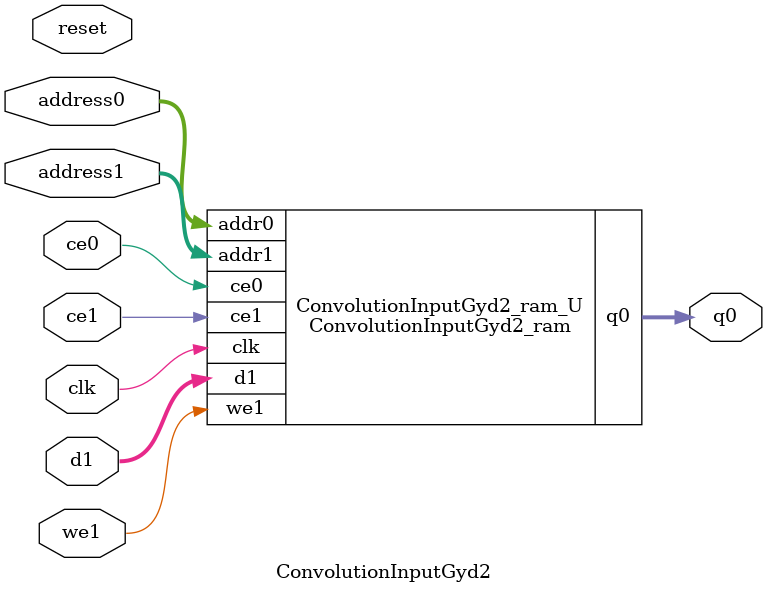
<source format=v>

`timescale 1 ns / 1 ps
module ConvolutionInputGyd2_ram (addr0, ce0, q0, addr1, ce1, d1, we1,  clk);

parameter DWIDTH = 32;
parameter AWIDTH = 6;
parameter MEM_SIZE = 48;

input[AWIDTH-1:0] addr0;
input ce0;
output reg[DWIDTH-1:0] q0;
input[AWIDTH-1:0] addr1;
input ce1;
input[DWIDTH-1:0] d1;
input we1;
input clk;

reg [DWIDTH-1:0] ram[0:MEM_SIZE-1];




always @(posedge clk)  
begin 
    if (ce0) 
    begin
            q0 <= ram[addr0];
    end
end


always @(posedge clk)  
begin 
    if (ce1) 
    begin
        if (we1) 
        begin 
            ram[addr1] <= d1; 
        end 
    end
end


endmodule


`timescale 1 ns / 1 ps
module ConvolutionInputGyd2(
    reset,
    clk,
    address0,
    ce0,
    q0,
    address1,
    ce1,
    we1,
    d1);

parameter DataWidth = 32'd32;
parameter AddressRange = 32'd48;
parameter AddressWidth = 32'd6;
input reset;
input clk;
input[AddressWidth - 1:0] address0;
input ce0;
output[DataWidth - 1:0] q0;
input[AddressWidth - 1:0] address1;
input ce1;
input we1;
input[DataWidth - 1:0] d1;



ConvolutionInputGyd2_ram ConvolutionInputGyd2_ram_U(
    .clk( clk ),
    .addr0( address0 ),
    .ce0( ce0 ),
    .q0( q0 ),
    .addr1( address1 ),
    .ce1( ce1 ),
    .we1( we1 ),
    .d1( d1 ));

endmodule


</source>
